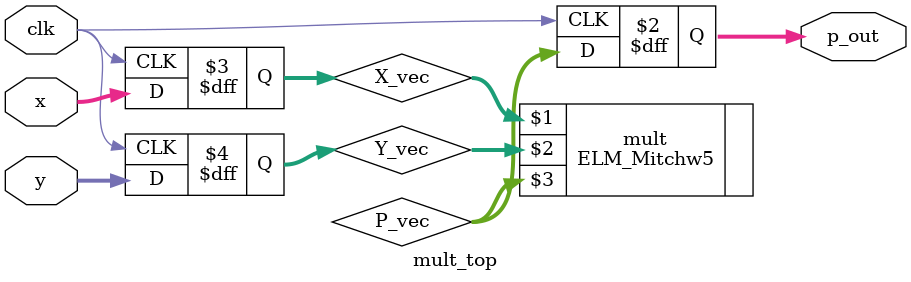
<source format=v>

`include "timescale.v"

module mult_top(
    // Clock and reset
    input clk,
    // Input X has a form x_i%d where %d denotes the bit number
    input  [15:0] x,
    // Input Y has a form y_i%d where %d denotes the bit number
    input  [15:0] y,
    // Output P has a form p_out%d where %d denotes the bit number
    output reg [31:0] p_out
    );

    
    // Now we have X_vec and Y_vec signal 
    // Then we do processing with these signals and store the 
    // intermidiate result in P_vec
    // For example purposes X_vec and Y_vec are concanated and stored in P_vec
    wire [31:0] P_vec;
    reg [15:0] X_vec;
    reg [15:0] Y_vec;
    
    ELM_Mitchw5 mult(X_vec,Y_vec,P_vec); 

 
    always @(posedge clk) 
    begin
        p_out = P_vec;
        X_vec = x;
        Y_vec = y;
    end

endmodule 


</source>
